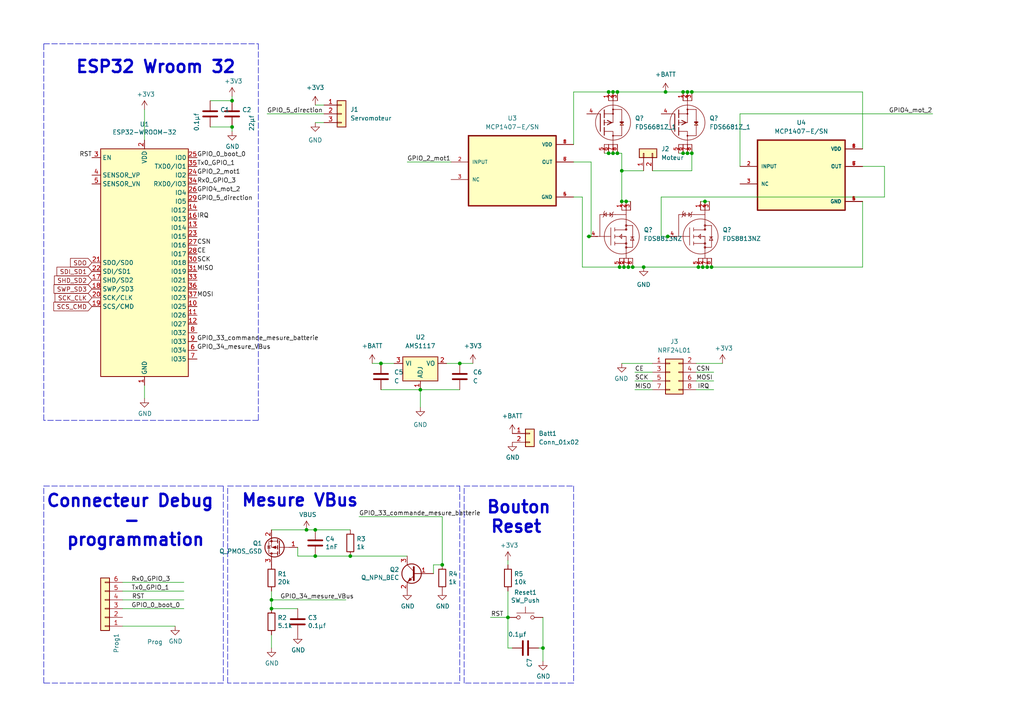
<source format=kicad_sch>
(kicad_sch (version 20211123) (generator eeschema)
  (paper "A4")
  (lib_symbols
    (symbol "Connector_Generic:Conn_01x02" (pin_names (offset 1.016) hide)
      (property "Reference" "J" (at 0 2.54 0))
      (property "Value" "Conn_01x02" (at 0 -5.08 0))
      (symbol "Conn_01x02_1_1"
        (rectangle (start -1.27 -2.413) (end 0 -2.667) (stroke (width 0.1524)))
        (rectangle (start -1.27 0.127) (end 0 -0.127) (stroke (width 0.1524)))
        (rectangle (start -1.27 1.27) (end 1.27 -3.81) (stroke (width 0.254)) (fill (type background)))
        (pin passive line (at -5.08 0 0) (length 3.81) (name "Pin_1") (number "1"))
        (pin passive line (at -5.08 -2.54 0) (length 3.81) (name "Pin_2") (number "2"))
      )
    )
    (symbol "Connector_Generic:Conn_01x03" (pin_names (offset 1.016) hide)
      (property "Reference" "J" (at 0 5.08 0))
      (property "Value" "Conn_01x03" (at 0 -5.08 0))
      (symbol "Conn_01x03_1_1"
        (rectangle (start -1.27 -2.413) (end 0 -2.667) (stroke (width 0.1524)))
        (rectangle (start -1.27 0.127) (end 0 -0.127) (stroke (width 0.1524)))
        (rectangle (start -1.27 2.667) (end 0 2.413) (stroke (width 0.1524)))
        (rectangle (start -1.27 3.81) (end 1.27 -3.81) (stroke (width 0.254)) (fill (type background)))
        (pin passive line (at -5.08 2.54 0) (length 3.81) (name "Pin_1") (number "1"))
        (pin passive line (at -5.08 0 0) (length 3.81) (name "Pin_2") (number "2"))
        (pin passive line (at -5.08 -2.54 0) (length 3.81) (name "Pin_3") (number "3"))
      )
    )
    (symbol "Connector_Generic:Conn_01x06" (pin_names (offset 1.016) hide)
      (property "Reference" "J" (at 0 7.62 0))
      (property "Value" "Conn_01x06" (at 0 -10.16 0))
      (symbol "Conn_01x06_1_1"
        (rectangle (start -1.27 -7.493) (end 0 -7.747) (stroke (width 0.1524)))
        (rectangle (start -1.27 -4.953) (end 0 -5.207) (stroke (width 0.1524)))
        (rectangle (start -1.27 -2.413) (end 0 -2.667) (stroke (width 0.1524)))
        (rectangle (start -1.27 0.127) (end 0 -0.127) (stroke (width 0.1524)))
        (rectangle (start -1.27 2.667) (end 0 2.413) (stroke (width 0.1524)))
        (rectangle (start -1.27 5.207) (end 0 4.953) (stroke (width 0.1524)))
        (rectangle (start -1.27 6.35) (end 1.27 -8.89) (stroke (width 0.254)) (fill (type background)))
        (pin passive line (at -5.08 5.08 0) (length 3.81) (name "Pin_1") (number "1"))
        (pin passive line (at -5.08 2.54 0) (length 3.81) (name "Pin_2") (number "2"))
        (pin passive line (at -5.08 0 0) (length 3.81) (name "Pin_3") (number "3"))
        (pin passive line (at -5.08 -2.54 0) (length 3.81) (name "Pin_4") (number "4"))
        (pin passive line (at -5.08 -5.08 0) (length 3.81) (name "Pin_5") (number "5"))
        (pin passive line (at -5.08 -7.62 0) (length 3.81) (name "Pin_6") (number "6"))
      )
    )
    (symbol "Connector_Generic:Conn_02x04_Odd_Even" (pin_names (offset 1.016) hide)
      (property "Reference" "J" (at 1.27 5.08 0))
      (property "Value" "Conn_02x04_Odd_Even" (at 1.27 -7.62 0))
      (symbol "Conn_02x04_Odd_Even_1_1"
        (rectangle (start -1.27 -4.953) (end 0 -5.207) (stroke (width 0.1524)))
        (rectangle (start -1.27 -2.413) (end 0 -2.667) (stroke (width 0.1524)))
        (rectangle (start -1.27 0.127) (end 0 -0.127) (stroke (width 0.1524)))
        (rectangle (start -1.27 2.667) (end 0 2.413) (stroke (width 0.1524)))
        (rectangle (start -1.27 3.81) (end 3.81 -6.35) (stroke (width 0.254)) (fill (type background)))
        (rectangle (start 3.81 -4.953) (end 2.54 -5.207) (stroke (width 0.1524)))
        (rectangle (start 3.81 -2.413) (end 2.54 -2.667) (stroke (width 0.1524)))
        (rectangle (start 3.81 0.127) (end 2.54 -0.127) (stroke (width 0.1524)))
        (rectangle (start 3.81 2.667) (end 2.54 2.413) (stroke (width 0.1524)))
        (pin passive line (at -5.08 2.54 0) (length 3.81) (name "Pin_1") (number "1"))
        (pin passive line (at 7.62 2.54 180) (length 3.81) (name "Pin_2") (number "2"))
        (pin passive line (at -5.08 0 0) (length 3.81) (name "Pin_3") (number "3"))
        (pin passive line (at 7.62 0 180) (length 3.81) (name "Pin_4") (number "4"))
        (pin passive line (at -5.08 -2.54 0) (length 3.81) (name "Pin_5") (number "5"))
        (pin passive line (at 7.62 -2.54 180) (length 3.81) (name "Pin_6") (number "6"))
        (pin passive line (at -5.08 -5.08 0) (length 3.81) (name "Pin_7") (number "7"))
        (pin passive line (at 7.62 -5.08 180) (length 3.81) (name "Pin_8") (number "8"))
      )
    )
    (symbol "Device:C" (pin_numbers hide) (pin_names (offset 0.254))
      (property "Reference" "C" (at 0.635 2.54 0))
      (property "Value" "C" (at 0.635 -2.54 0))
      (symbol "C_0_1"
        (polyline (pts (xy -2.032 -0.762) (xy 2.032 -0.762)) (stroke (width 0.508)))
        (polyline (pts (xy -2.032 0.762) (xy 2.032 0.762)) (stroke (width 0.508)))
      )
      (symbol "C_1_1"
        (pin passive line (at 0 3.81 270) (length 2.794) (name "~") (number "1"))
        (pin passive line (at 0 -3.81 90) (length 2.794) (name "~") (number "2"))
      )
    )
    (symbol "Device:Q_NPN_BEC" (pin_names (offset 0) hide)
      (property "Reference" "Q" (at 5.08 1.27 0))
      (property "Value" "Q_NPN_BEC" (at 5.08 -1.27 0))
      (symbol "Q_NPN_BEC_0_1"
        (polyline (pts (xy 0.635 0.635) (xy 2.54 2.54)))
        (polyline (pts (xy 0.635 -0.635) (xy 2.54 -2.54) (xy 2.54 -2.54)))
        (polyline (pts (xy 0.635 1.905) (xy 0.635 -1.905) (xy 0.635 -1.905)) (stroke (width 0.508)))
        (polyline (pts (xy 1.27 -1.778) (xy 1.778 -1.27) (xy 2.286 -2.286) (xy 1.27 -1.778) (xy 1.27 -1.778)) (fill (type outline)))
        (circle (center 1.27 0) (radius 2.8194) (stroke (width 0.254)))
      )
      (symbol "Q_NPN_BEC_1_1"
        (pin input line (at -5.08 0 0) (length 5.715) (name "B") (number "1"))
        (pin passive line (at 2.54 -5.08 90) (length 2.54) (name "E") (number "2"))
        (pin passive line (at 2.54 5.08 270) (length 2.54) (name "C") (number "3"))
      )
    )
    (symbol "Device:Q_PMOS_GSD" (pin_names (offset 0) hide)
      (property "Reference" "Q" (at 5.08 1.27 0))
      (property "Value" "Q_PMOS_GSD" (at 5.08 -1.27 0))
      (symbol "Q_PMOS_GSD_0_1"
        (polyline (pts (xy 0.254 0) (xy -2.54 0)))
        (polyline (pts (xy 0.254 1.905) (xy 0.254 -1.905)) (stroke (width 0.254)))
        (polyline (pts (xy 0.762 -1.27) (xy 0.762 -2.286)) (stroke (width 0.254)))
        (polyline (pts (xy 0.762 0.508) (xy 0.762 -0.508)) (stroke (width 0.254)))
        (polyline (pts (xy 0.762 2.286) (xy 0.762 1.27)) (stroke (width 0.254)))
        (polyline (pts (xy 2.54 2.54) (xy 2.54 1.778)))
        (polyline (pts (xy 2.54 -2.54) (xy 2.54 0) (xy 0.762 0)))
        (polyline (pts (xy 0.762 1.778) (xy 3.302 1.778) (xy 3.302 -1.778) (xy 0.762 -1.778)))
        (polyline (pts (xy 2.286 0) (xy 1.27 0.381) (xy 1.27 -0.381) (xy 2.286 0)) (fill (type outline)))
        (polyline (pts (xy 2.794 -0.508) (xy 2.921 -0.381) (xy 3.683 -0.381) (xy 3.81 -0.254)))
        (polyline (pts (xy 3.302 -0.381) (xy 2.921 0.254) (xy 3.683 0.254) (xy 3.302 -0.381)))
        (circle (center 1.651 0) (radius 2.794) (stroke (width 0.254)))
        (circle (center 2.54 -1.778) (radius 0.254) (fill (type outline)))
        (circle (center 2.54 1.778) (radius 0.254) (fill (type outline)))
      )
      (symbol "Q_PMOS_GSD_1_1"
        (pin input line (at -5.08 0 0) (length 2.54) (name "G") (number "1"))
        (pin passive line (at 2.54 -5.08 90) (length 2.54) (name "S") (number "2"))
        (pin passive line (at 2.54 5.08 270) (length 2.54) (name "D") (number "3"))
      )
    )
    (symbol "Device:R" (pin_numbers hide) (pin_names (offset 0))
      (property "Reference" "R" (at 2.032 0 90))
      (property "Value" "R" (at 0 0 90))
      (symbol "R_0_1"
        (rectangle (start -1.016 -2.54) (end 1.016 2.54) (stroke (width 0.254)))
      )
      (symbol "R_1_1"
        (pin passive line (at 0 3.81 270) (length 1.27) (name "~") (number "1"))
        (pin passive line (at 0 -3.81 90) (length 1.27) (name "~") (number "2"))
      )
    )
    (symbol "FDS6681Z:FDS6681Z_1" (pin_names (offset 1.016) hide)
      (property "Reference" "Q3" (at 4.1911 10.16 0))
      (property "Value" "FDS6681Z" (at 4.1911 7.62 0))
      (symbol "FDS6681Z_1_0_0"
        (polyline (pts (xy -2.54 2.54) (xy -1.2192 2.54)) (stroke (width 0.1524)))
        (polyline (pts (xy -1.143 -2.54) (xy -1.143 2.54)) (stroke (width 0.254)))
        (polyline (pts (xy 0 -3.683) (xy 0 -1.397)) (stroke (width 0.254)))
        (polyline (pts (xy 0 -0.762) (xy 0 0)) (stroke (width 0.254)))
        (polyline (pts (xy 0 0) (xy 0 0.762)) (stroke (width 0.254)))
        (polyline (pts (xy 0 0) (xy 2.159 0)) (stroke (width 0.1524)))
        (polyline (pts (xy 0 1.397) (xy 0 2.54)) (stroke (width 0.254)))
        (polyline (pts (xy 0 2.54) (xy 0 3.683)) (stroke (width 0.254)))
        (polyline (pts (xy 0 2.54) (xy 2.54 2.54)) (stroke (width 0.1524)))
        (polyline (pts (xy 0.889 -0.635) (xy 2.159 0)) (stroke (width 0.254)))
        (polyline (pts (xy 0.889 0.635) (xy 2.159 0)) (stroke (width 0.254)))
        (polyline (pts (xy 2.159 0) (xy 2.54 0)) (stroke (width 0.1524)))
        (polyline (pts (xy 2.54 -3.81) (xy 5.08 -3.81)) (stroke (width 0.1524)))
        (polyline (pts (xy 2.54 0) (xy 2.54 3.81)) (stroke (width 0.1524)))
        (polyline (pts (xy 2.54 2.54) (xy 2.54 3.81)) (stroke (width 0.1524)))
        (polyline (pts (xy 5.08 -3.81) (xy 5.08 3.81)) (stroke (width 0.1524)))
        (polyline (pts (xy 5.08 3.81) (xy 2.54 3.81)) (stroke (width 0.1524)))
        (polyline (pts (xy 5.08 0) (xy 5.588 -0.762) (xy 4.572 -0.762) (xy 5.08 0)) (stroke (width 0.1524)) (fill (type background)))
        (polyline (pts (xy 4.572 0.254) (xy 5.588 0.254) (xy 5.588 0) (xy 4.572 0) (xy 4.572 0.254)) (fill (type outline)))
        (circle (center 2.54 -3.81) (radius 0.127) (stroke (width 0.254)))
        (circle (center 2.54 2.54) (radius 0.127) (stroke (width 0.254)))
        (circle (center 2.54 3.81) (radius 0.127) (stroke (width 0.254)))
        (pin passive line (at 1.27 8.89 270) (length 2.54) (name "~") (number "1"))
        (pin passive line (at 2.54 8.89 270) (length 2.54) (name "~") (number "2"))
        (pin passive line (at 3.81 8.89 270) (length 2.54) (name "~") (number "3"))
        (pin passive line (at -5.08 2.54 0) (length 2.54) (name "~") (number "4"))
        (pin passive line (at 0 -8.89 90) (length 2.54) (name "~") (number "5"))
        (pin passive line (at 1.27 -8.89 90) (length 2.54) (name "~") (number "6"))
        (pin passive line (at 2.54 -8.89 90) (length 2.54) (name "~") (number "7"))
        (pin passive line (at 3.81 -8.89 90) (length 2.54) (name "~") (number "8"))
      )
      (symbol "FDS6681Z_1_0_1"
        (polyline (pts (xy 1.27 6.35) (xy 3.81 6.35)))
        (polyline (pts (xy 2.54 3.81) (xy 2.54 6.35)))
        (polyline (pts (xy 3.81 -6.35) (xy 0 -6.35)))
        (polyline (pts (xy 0 -2.54) (xy 2.54 -2.54) (xy 2.54 -6.35)))
        (circle (center 2.54 0) (radius 5.08))
      )
    )
    (symbol "FDS8813NZ:FDS8813NZ" (pin_names (offset 1.016))
      (property "Reference" "Q?" (at 19.05 -0.7619 0))
      (property "Value" "FDS8813NZ" (at 19.05 -3.3019 0))
      (symbol "FDS8813NZ_0_1"
        (polyline (pts (xy 2.54 3.81) (xy 2.54 -2.54)))
        (polyline (pts (xy 2.54 3.81) (xy 6.985 3.81)))
        (polyline (pts (xy 5.715 -2.54) (xy 1.27 -2.54)))
        (polyline (pts (xy 6.985 3.81) (xy 10.16 3.81)))
        (polyline (pts (xy 8.89 5.08) (xy 11.43 5.08)))
        (polyline (pts (xy 10.16 -2.54) (xy 9.525 -2.54)))
        (polyline (pts (xy 10.16 -2.54) (xy 10.16 -8.89)))
        (polyline (pts (xy 10.16 -0.635) (xy 10.16 5.08)))
        (polyline (pts (xy 12.065 -8.89) (xy 8.255 -8.89)))
        (polyline (pts (xy 8.89 -1.905) (xy 8.89 -3.175) (xy 8.255 -2.54) (xy 8.89 -1.905)))
        (circle (center 8.89 -2.54) (radius 5.08))
      )
      (symbol "FDS8813NZ_1_1"
        (polyline (pts (xy 3.683 3.302) (xy 3.429 3.048)))
        (polyline (pts (xy 3.683 3.81) (xy 4.445 3.302)))
        (polyline (pts (xy 3.683 4.318) (xy 3.683 3.302)))
        (polyline (pts (xy 3.683 4.318) (xy 3.937 4.826)))
        (polyline (pts (xy 4.445 3.302) (xy 4.445 4.318)))
        (polyline (pts (xy 4.445 4.318) (xy 3.683 3.81)))
        (polyline (pts (xy 5.461 3.302) (xy 5.969 3.81)))
        (polyline (pts (xy 5.461 4.318) (xy 5.461 3.302)))
        (polyline (pts (xy 5.715 -5.08) (xy 5.715 0)))
        (polyline (pts (xy 5.969 3.81) (xy 5.461 4.318)))
        (polyline (pts (xy 6.223 3.302) (xy 5.969 3.048)))
        (polyline (pts (xy 6.223 4.318) (xy 6.223 3.302)))
        (polyline (pts (xy 6.223 4.318) (xy 6.477 4.572)))
        (polyline (pts (xy 6.858 -4.572) (xy 10.16 -4.572)))
        (polyline (pts (xy 6.858 -4.064) (xy 6.858 -5.08)))
        (polyline (pts (xy 6.858 -2.032) (xy 6.858 -3.048)))
        (polyline (pts (xy 6.858 -1.016) (xy 6.858 0)))
        (polyline (pts (xy 6.985 -0.635) (xy 10.287 -0.635)))
        (polyline (pts (xy 9.906 -2.54) (xy 6.858 -2.54)))
        (polyline (pts (xy 10.16 -5.715) (xy 11.938 -5.715)))
        (polyline (pts (xy 11.43 -3.683) (xy 12.446 -3.683)))
        (polyline (pts (xy 11.938 -2.667) (xy 11.43 -3.683)))
        (polyline (pts (xy 11.938 -2.667) (xy 11.43 -2.667)))
        (polyline (pts (xy 11.938 -2.667) (xy 12.446 -2.667)))
        (polyline (pts (xy 12.065 -5.715) (xy 12.065 0.635)))
        (polyline (pts (xy 12.065 0.635) (xy 10.287 0.635)))
        (polyline (pts (xy 12.446 -3.683) (xy 11.938 -2.667)))
        (circle (center 10.16 -5.715) (radius 0.254))
        (circle (center 10.16 -4.572) (radius 0.254))
        (circle (center 10.16 -0.508) (radius 0.254))
        (circle (center 10.16 0.635) (radius 0.254))
        (pin passive line (at 8.89 7.62 270) (length 2.54) (name "S") (number "1"))
        (pin passive line (at 10.16 7.62 270) (length 2.54) (name "S") (number "2"))
        (pin passive line (at 11.43 7.62 270) (length 2.54) (name "S") (number "3"))
        (pin passive line (at -0.635 -2.54 0) (length 2.54) (name "G") (number "4"))
        (pin passive line (at 8.255 -11.43 90) (length 2.54) (name "D") (number "5"))
        (pin passive line (at 9.525 -11.43 90) (length 2.54) (name "D") (number "6"))
        (pin passive line (at 10.795 -11.43 90) (length 2.54) (name "D") (number "7"))
        (pin passive line (at 12.065 -11.43 90) (length 2.54) (name "D") (number "8"))
      )
    )
    (symbol "MCP1407-Driver_Mosfet:MCP1407-E{slash}SN" (pin_names (offset 1.016))
      (property "Reference" "U" (at -12.7 11.1506 0))
      (property "Value" "MCP1407-E{slash}SN" (at -12.7 -14.1478 0))
      (symbol "MCP1407-E{slash}SN_0_0"
        (rectangle (start -12.7 -10.16) (end 12.7 10.16) (stroke (width 0.4064)) (fill (type background)))
        (pin power_in line (at 17.78 7.62 180) (length 5.08) (name "VDD") (number "1"))
        (pin input line (at -17.78 2.54 0) (length 5.08) (name "INPUT") (number "2"))
        (pin bidirectional line (at -17.78 -2.54 0) (length 5.08) (name "NC") (number "3"))
        (pin power_in line (at 17.78 -7.62 180) (length 5.08) (name "GND") (number "4"))
        (pin power_in line (at 17.78 -7.62 180) (length 5.08) (name "GND") (number "5"))
        (pin output line (at 17.78 2.54 180) (length 5.08) (name "OUT") (number "6"))
        (pin output line (at 17.78 2.54 180) (length 5.08) (name "OUT") (number "7"))
        (pin power_in line (at 17.78 7.62 180) (length 5.08) (name "VDD") (number "8"))
      )
    )
    (symbol "RF_Module:ESP32-WROOM-32"
      (property "Reference" "U" (at -12.7 34.29 0))
      (property "Value" "ESP32-WROOM-32" (at 1.27 34.29 0))
      (symbol "ESP32-WROOM-32_0_1"
        (rectangle (start -12.7 33.02) (end 12.7 -33.02) (stroke (width 0.254)) (fill (type background)))
      )
      (symbol "ESP32-WROOM-32_1_1"
        (pin power_in line (at 0 -35.56 90) (length 2.54) (name "GND") (number "1"))
        (pin bidirectional line (at 15.24 -12.7 180) (length 2.54) (name "IO25") (number "10"))
        (pin bidirectional line (at 15.24 -15.24 180) (length 2.54) (name "IO26") (number "11"))
        (pin bidirectional line (at 15.24 -17.78 180) (length 2.54) (name "IO27") (number "12"))
        (pin bidirectional line (at 15.24 10.16 180) (length 2.54) (name "IO14") (number "13"))
        (pin bidirectional line (at 15.24 15.24 180) (length 2.54) (name "IO12") (number "14"))
        (pin passive line (at 0 -35.56 90) (length 2.54) hide (name "GND") (number "15"))
        (pin bidirectional line (at 15.24 12.7 180) (length 2.54) (name "IO13") (number "16"))
        (pin bidirectional line (at -15.24 -5.08 0) (length 2.54) (name "SHD/SD2") (number "17"))
        (pin bidirectional line (at -15.24 -7.62 0) (length 2.54) (name "SWP/SD3") (number "18"))
        (pin bidirectional line (at -15.24 -12.7 0) (length 2.54) (name "SCS/CMD") (number "19"))
        (pin power_in line (at 0 35.56 270) (length 2.54) (name "VDD") (number "2"))
        (pin bidirectional line (at -15.24 -10.16 0) (length 2.54) (name "SCK/CLK") (number "20"))
        (pin bidirectional line (at -15.24 0 0) (length 2.54) (name "SDO/SD0") (number "21"))
        (pin bidirectional line (at -15.24 -2.54 0) (length 2.54) (name "SDI/SD1") (number "22"))
        (pin bidirectional line (at 15.24 7.62 180) (length 2.54) (name "IO15") (number "23"))
        (pin bidirectional line (at 15.24 25.4 180) (length 2.54) (name "IO2") (number "24"))
        (pin bidirectional line (at 15.24 30.48 180) (length 2.54) (name "IO0") (number "25"))
        (pin bidirectional line (at 15.24 20.32 180) (length 2.54) (name "IO4") (number "26"))
        (pin bidirectional line (at 15.24 5.08 180) (length 2.54) (name "IO16") (number "27"))
        (pin bidirectional line (at 15.24 2.54 180) (length 2.54) (name "IO17") (number "28"))
        (pin bidirectional line (at 15.24 17.78 180) (length 2.54) (name "IO5") (number "29"))
        (pin input line (at -15.24 30.48 0) (length 2.54) (name "EN") (number "3"))
        (pin bidirectional line (at 15.24 0 180) (length 2.54) (name "IO18") (number "30"))
        (pin bidirectional line (at 15.24 -2.54 180) (length 2.54) (name "IO19") (number "31"))
        (pin no_connect line (at -12.7 -27.94 0) (length 2.54) hide (name "NC") (number "32"))
        (pin bidirectional line (at 15.24 -5.08 180) (length 2.54) (name "IO21") (number "33"))
        (pin bidirectional line (at 15.24 22.86 180) (length 2.54) (name "RXD0/IO3") (number "34"))
        (pin bidirectional line (at 15.24 27.94 180) (length 2.54) (name "TXD0/IO1") (number "35"))
        (pin bidirectional line (at 15.24 -7.62 180) (length 2.54) (name "IO22") (number "36"))
        (pin bidirectional line (at 15.24 -10.16 180) (length 2.54) (name "IO23") (number "37"))
        (pin passive line (at 0 -35.56 90) (length 2.54) hide (name "GND") (number "38"))
        (pin passive line (at 0 -35.56 90) (length 2.54) hide (name "GND") (number "39"))
        (pin input line (at -15.24 25.4 0) (length 2.54) (name "SENSOR_VP") (number "4"))
        (pin input line (at -15.24 22.86 0) (length 2.54) (name "SENSOR_VN") (number "5"))
        (pin input line (at 15.24 -25.4 180) (length 2.54) (name "IO34") (number "6"))
        (pin input line (at 15.24 -27.94 180) (length 2.54) (name "IO35") (number "7"))
        (pin bidirectional line (at 15.24 -20.32 180) (length 2.54) (name "IO32") (number "8"))
        (pin bidirectional line (at 15.24 -22.86 180) (length 2.54) (name "IO33") (number "9"))
      )
    )
    (symbol "Regulator_Linear:AMS1117" (pin_names (offset 0.762))
      (property "Reference" "U" (at -3.81 3.175 0))
      (property "Value" "AMS1117" (at 0 3.175 0))
      (symbol "AMS1117_0_1"
        (rectangle (start -5.08 -5.08) (end 5.08 1.905) (stroke (width 0.254)) (fill (type background)))
      )
      (symbol "AMS1117_1_1"
        (pin input line (at 0 -7.62 90) (length 2.54) (name "ADJ") (number "1"))
        (pin power_out line (at 7.62 0 180) (length 2.54) (name "VO") (number "2"))
        (pin power_in line (at -7.62 0 0) (length 2.54) (name "VI") (number "3"))
      )
    )
    (symbol "Switch:SW_Push" (pin_numbers hide) (pin_names (offset 1.016) hide)
      (property "Reference" "SW" (at 1.27 2.54 0))
      (property "Value" "SW_Push" (at 0 -1.524 0))
      (symbol "SW_Push_0_1"
        (circle (center -2.032 0) (radius 0.508))
        (polyline (pts (xy 0 1.27) (xy 0 3.048)))
        (polyline (pts (xy 2.54 1.27) (xy -2.54 1.27)))
        (circle (center 2.032 0) (radius 0.508))
        (pin passive line (at -5.08 0 0) (length 2.54) (name "1") (number "1"))
        (pin passive line (at 5.08 0 180) (length 2.54) (name "2") (number "2"))
      )
    )
    (symbol "power:+3V3" (power) (pin_names (offset 0))
      (property "Value" "+3V3" (at 0 3.556 0))
      (symbol "+3V3_0_1"
        (polyline (pts (xy -0.762 1.27) (xy 0 2.54)))
        (polyline (pts (xy 0 0) (xy 0 2.54)))
        (polyline (pts (xy 0 2.54) (xy 0.762 1.27)))
      )
      (symbol "+3V3_1_1"
        (pin power_in line (at 0 0 90) (length 0) hide (name "+3V3") (number "1"))
      )
    )
    (symbol "power:+BATT" (power) (pin_names (offset 0))
      (property "Value" "+BATT" (at 0 3.556 0))
      (symbol "+BATT_0_1"
        (polyline (pts (xy -0.762 1.27) (xy 0 2.54)))
        (polyline (pts (xy 0 0) (xy 0 2.54)))
        (polyline (pts (xy 0 2.54) (xy 0.762 1.27)))
      )
      (symbol "+BATT_1_1"
        (pin power_in line (at 0 0 90) (length 0) hide (name "+BATT") (number "1"))
      )
    )
    (symbol "power:GND" (power) (pin_names (offset 0))
      (property "Value" "GND" (at 0 -3.81 0))
      (symbol "GND_0_1"
        (polyline (pts (xy 0 0) (xy 0 -1.27) (xy 1.27 -1.27) (xy 0 -2.54) (xy -1.27 -1.27) (xy 0 -1.27)))
      )
      (symbol "GND_1_1"
        (pin power_in line (at 0 0 270) (length 0) hide (name "GND") (number "1"))
      )
    )
    (symbol "power:VBUS" (power) (pin_names (offset 0))
      (property "Value" "VBUS" (at 0 3.81 0))
      (symbol "VBUS_0_1"
        (polyline (pts (xy -0.762 1.27) (xy 0 2.54)))
        (polyline (pts (xy 0 0) (xy 0 2.54)))
        (polyline (pts (xy 0 2.54) (xy 0.762 1.27)))
      )
      (symbol "VBUS_1_1"
        (pin power_in line (at 0 0 90) (length 0) hide (name "VBUS") (number "1"))
      )
    )
  )
  (junction (at 198.12 26.67))
  (junction (at 101.6 161.29))
  (junction (at 203.835 77.47))
  (junction (at 179.07 44.45))
  (junction (at 67.31 36.83))
  (junction (at 78.74 173.99))
  (junction (at 193.04 26.67))
  (junction (at 204.47 58.42))
  (junction (at 78.74 176.53))
  (junction (at 128.27 163.83))
  (junction (at 88.9 153.67))
  (junction (at 180.34 49.53))
  (junction (at 179.07 26.67))
  (junction (at 147.32 179.07))
  (junction (at 206.375 77.47))
  (junction (at 110.49 105.41))
  (junction (at 121.92 113.03))
  (junction (at 186.69 77.47))
  (junction (at 181.61 58.42))
  (junction (at 91.44 161.29))
  (junction (at 199.39 26.67))
  (junction (at 177.8 44.45))
  (junction (at 170.815 68.58))
  (junction (at 199.39 44.45))
  (junction (at 67.31 29.21))
  (junction (at 179.705 77.47))
  (junction (at 176.53 26.67))
  (junction (at 157.48 187.96))
  (junction (at 193.675 68.58))
  (junction (at 200.66 26.67))
  (junction (at 177.8 26.67))
  (junction (at 182.245 77.47))
  (junction (at 176.53 44.45))
  (junction (at 180.975 77.47))
  (junction (at 200.66 44.45))
  (junction (at 198.12 44.45))
  (junction (at 91.44 153.67))
  (junction (at 183.515 77.47))
  (junction (at 205.105 77.47))
  (junction (at 133.35 105.41))
  (junction (at 180.34 58.42))
  (junction (at 202.565 77.47))
  (wire (pts (xy 193.04 26.67) (xy 198.12 26.67)))
  (wire (pts (xy 50.8 181.61) (xy 35.56 181.61)))
  (wire (pts (xy 256.54 48.26) (xy 256.54 57.15)))
  (wire (pts (xy 91.44 30.48) (xy 93.98 30.48)))
  (wire (pts (xy 201.93 110.49) (xy 207.01 110.49)))
  (polyline (pts (xy 12.7 12.7) (xy 74.93 12.7)))
  (wire (pts (xy 35.56 171.45) (xy 53.34 171.45)))
  (polyline (pts (xy 134.62 140.97) (xy 166.37 140.97)))
  (wire (pts (xy 177.8 26.67) (xy 179.07 26.67)))
  (wire (pts (xy 214.63 48.26) (xy 214.63 33.02)))
  (wire (pts (xy 180.34 49.53) (xy 180.34 58.42)))
  (wire (pts (xy 166.37 41.91) (xy 166.37 26.67)))
  (wire (pts (xy 214.63 33.02) (xy 270.51 33.02)))
  (polyline (pts (xy 66.04 198.12) (xy 66.04 140.97)))
  (wire (pts (xy 107.95 105.41) (xy 110.49 105.41)))
  (wire (pts (xy 168.91 77.47) (xy 179.705 77.47)))
  (wire (pts (xy 176.53 44.45) (xy 177.8 44.45)))
  (wire (pts (xy 193.675 68.58) (xy 194.31 68.58)))
  (polyline (pts (xy 166.37 198.12) (xy 134.62 198.12)))
  (wire (pts (xy 179.705 77.47) (xy 180.975 77.47)))
  (wire (pts (xy 170.18 68.58) (xy 170.815 68.58)))
  (wire (pts (xy 180.34 58.42) (xy 181.61 58.42)))
  (wire (pts (xy 91.44 161.29) (xy 101.6 161.29)))
  (wire (pts (xy 67.31 29.21) (xy 67.31 27.94)))
  (polyline (pts (xy 133.35 198.12) (xy 66.04 198.12)))
  (wire (pts (xy 183.515 77.47) (xy 186.69 77.47)))
  (wire (pts (xy 198.12 44.45) (xy 199.39 44.45)))
  (polyline (pts (xy 134.62 198.12) (xy 134.62 140.97)))
  (wire (pts (xy 166.37 26.67) (xy 176.53 26.67)))
  (wire (pts (xy 35.56 173.99) (xy 53.34 173.99)))
  (wire (pts (xy 184.15 110.49) (xy 189.23 110.49)))
  (wire (pts (xy 201.93 107.95) (xy 207.01 107.95)))
  (wire (pts (xy 128.27 163.83) (xy 125.73 163.83)))
  (wire (pts (xy 206.375 77.47) (xy 250.19 77.47)))
  (wire (pts (xy 200.66 26.67) (xy 250.19 26.67)))
  (wire (pts (xy 168.91 57.15) (xy 168.91 77.47)))
  (wire (pts (xy 180.34 49.53) (xy 180.34 44.45)))
  (wire (pts (xy 186.69 77.47) (xy 202.565 77.47)))
  (wire (pts (xy 180.34 49.53) (xy 186.69 49.53)))
  (wire (pts (xy 201.93 113.03) (xy 207.01 113.03)))
  (wire (pts (xy 171.45 46.99) (xy 171.45 68.58)))
  (wire (pts (xy 88.9 153.67) (xy 78.74 153.67)))
  (wire (pts (xy 191.77 57.15) (xy 256.54 57.15)))
  (wire (pts (xy 199.39 26.67) (xy 200.66 26.67)))
  (wire (pts (xy 78.74 171.45) (xy 78.74 173.99)))
  (wire (pts (xy 250.19 58.42) (xy 250.19 77.47)))
  (wire (pts (xy 201.93 105.41) (xy 209.55 105.41)))
  (wire (pts (xy 203.2 58.42) (xy 204.47 58.42)))
  (wire (pts (xy 41.91 40.64) (xy 41.91 31.75)))
  (polyline (pts (xy 12.7 140.97) (xy 64.77 140.97)))
  (wire (pts (xy 133.35 105.41) (xy 137.16 105.41)))
  (wire (pts (xy 179.07 44.45) (xy 180.34 44.45)))
  (wire (pts (xy 177.8 44.45) (xy 179.07 44.45)))
  (wire (pts (xy 147.32 163.83) (xy 147.32 162.56)))
  (wire (pts (xy 205.105 77.47) (xy 206.375 77.47)))
  (wire (pts (xy 196.85 44.45) (xy 198.12 44.45)))
  (wire (pts (xy 250.19 26.67) (xy 250.19 43.18)))
  (wire (pts (xy 86.36 161.29) (xy 91.44 161.29)))
  (polyline (pts (xy 12.7 121.92) (xy 12.7 12.7)))
  (wire (pts (xy 181.61 58.42) (xy 182.88 58.42)))
  (wire (pts (xy 118.11 46.99) (xy 130.81 46.99)))
  (polyline (pts (xy 64.77 140.97) (xy 64.77 198.12)))
  (wire (pts (xy 157.48 187.96) (xy 156.21 187.96)))
  (wire (pts (xy 157.48 191.77) (xy 157.48 187.96)))
  (wire (pts (xy 191.77 57.15) (xy 191.77 68.58)))
  (wire (pts (xy 199.39 44.45) (xy 200.66 44.45)))
  (wire (pts (xy 202.565 77.47) (xy 203.835 77.47)))
  (wire (pts (xy 91.44 35.56) (xy 93.98 35.56)))
  (wire (pts (xy 77.47 33.02) (xy 93.98 33.02)))
  (wire (pts (xy 184.15 113.03) (xy 189.23 113.03)))
  (wire (pts (xy 60.96 36.83) (xy 67.31 36.83)))
  (wire (pts (xy 142.24 179.07) (xy 147.32 179.07)))
  (wire (pts (xy 166.37 46.99) (xy 171.45 46.99)))
  (wire (pts (xy 91.44 153.67) (xy 101.6 153.67)))
  (wire (pts (xy 147.32 171.45) (xy 147.32 179.07)))
  (wire (pts (xy 203.835 77.47) (xy 205.105 77.47)))
  (wire (pts (xy 78.74 173.99) (xy 78.74 176.53)))
  (wire (pts (xy 250.19 48.26) (xy 256.54 48.26)))
  (wire (pts (xy 170.815 68.58) (xy 171.45 68.58)))
  (wire (pts (xy 180.34 105.41) (xy 189.23 105.41)))
  (wire (pts (xy 110.49 113.03) (xy 121.92 113.03)))
  (wire (pts (xy 35.56 168.91) (xy 53.34 168.91)))
  (polyline (pts (xy 12.7 198.12) (xy 12.7 140.97)))
  (wire (pts (xy 35.56 176.53) (xy 53.34 176.53)))
  (wire (pts (xy 129.54 105.41) (xy 133.35 105.41)))
  (wire (pts (xy 128.27 149.86) (xy 128.27 163.83)))
  (wire (pts (xy 148.59 187.96) (xy 147.32 187.96)))
  (wire (pts (xy 41.91 115.57) (xy 41.91 111.76)))
  (polyline (pts (xy 64.77 198.12) (xy 12.7 198.12)))
  (wire (pts (xy 176.53 26.67) (xy 177.8 26.67)))
  (wire (pts (xy 104.14 149.86) (xy 128.27 149.86)))
  (wire (pts (xy 175.26 44.45) (xy 176.53 44.45)))
  (wire (pts (xy 157.48 179.07) (xy 157.48 187.96)))
  (wire (pts (xy 91.44 153.67) (xy 88.9 153.67)))
  (wire (pts (xy 110.49 105.41) (xy 114.3 105.41)))
  (wire (pts (xy 179.07 26.67) (xy 193.04 26.67)))
  (wire (pts (xy 180.975 77.47) (xy 182.245 77.47)))
  (wire (pts (xy 200.66 44.45) (xy 200.66 49.53)))
  (wire (pts (xy 191.77 68.58) (xy 193.675 68.58)))
  (polyline (pts (xy 133.35 140.97) (xy 133.35 198.12)))
  (wire (pts (xy 121.92 113.03) (xy 133.35 113.03)))
  (wire (pts (xy 101.6 161.29) (xy 118.11 161.29)))
  (wire (pts (xy 67.31 38.1) (xy 67.31 36.83)))
  (wire (pts (xy 121.92 118.11) (xy 121.92 113.03)))
  (wire (pts (xy 86.36 158.75) (xy 86.36 161.29)))
  (wire (pts (xy 184.15 107.95) (xy 189.23 107.95)))
  (polyline (pts (xy 66.04 140.97) (xy 133.35 140.97)))
  (wire (pts (xy 86.36 176.53) (xy 78.74 176.53)))
  (wire (pts (xy 147.32 187.96) (xy 147.32 179.07)))
  (wire (pts (xy 204.47 58.42) (xy 205.74 58.42)))
  (wire (pts (xy 125.73 163.83) (xy 125.73 166.37)))
  (polyline (pts (xy 74.93 121.92) (xy 12.7 121.92)))
  (wire (pts (xy 78.74 173.99) (xy 100.33 173.99)))
  (wire (pts (xy 198.12 26.67) (xy 199.39 26.67)))
  (polyline (pts (xy 166.37 140.97) (xy 166.37 198.12)))
  (polyline (pts (xy 74.93 12.7) (xy 74.93 121.92)))
  (wire (pts (xy 189.23 49.53) (xy 200.66 49.53)))
  (wire (pts (xy 166.37 57.15) (xy 168.91 57.15)))
  (wire (pts (xy 60.96 29.21) (xy 67.31 29.21)))
  (wire (pts (xy 78.74 184.15) (xy 78.74 187.96)))
  (wire (pts (xy 200.66 43.18) (xy 200.66 44.45)))
  (wire (pts (xy 182.245 77.47) (xy 183.515 77.47)))
  (text "Connecteur Debug\n-        \nprogrammation " (at 62.23 158.75 180) (effects (font (size 3.5052 3.5052) (thickness 0.701) bold) (justify right bottom)))
  (text "Bouton\nReset \n" (at 160.02 154.94 180) (effects (font (size 3.5052 3.5052) (thickness 0.701) bold) (justify right bottom)))
  (text "ESP32 Wroom 32" (at 68.58 21.59 180) (effects (font (size 3.5052 3.5052) (thickness 0.701) bold) (justify right bottom)))
  (text "Mesure VBus" (at 104.14 147.32 180) (effects (font (size 3.5052 3.5052) (thickness 0.701) bold) (justify right bottom)))
  (label "SCK" (at 57.15 76.2 0))
  (label "Tx0_GPIO_1" (at 57.15 48.26 0))
  (label "MOSI" (at 57.15 86.36 0))
  (label "GPIO_34_mesure_VBus" (at 81.28 173.99 0))
  (label "GPIO4_mot_2" (at 57.15 55.88 0))
  (label "GPIO4_mot_2" (at 257.81 33.02 0))
  (label "GPIO_2_mot1" (at 57.15 50.8 0))
  (label "SCK" (at 184.15 110.49 0))
  (label "GPIO_2_mot1" (at 118.11 46.99 0))
  (label "GPIO_33_commande_mesure_batterie" (at 104.14 149.86 0))
  (label "Rx0_GPIO_3" (at 57.15 53.34 0))
  (label "IRQ" (at 57.15 63.5 0))
  (label "RST" (at 26.67 45.72 180))
  (label "MISO" (at 57.15 78.74 0))
  (label "CSN" (at 57.15 71.12 0))
  (label "RST" (at 146.05 179.07 180))
  (label "GPIO_5_direction" (at 57.15 58.42 0))
  (label "RST" (at 41.91 173.99 180))
  (label "CE" (at 184.15 107.95 0))
  (label "IRQ" (at 205.74 113.03 180))
  (label "GPIO_34_mesure_VBus" (at 57.15 101.6 0))
  (label "Tx0_GPIO_1" (at 38.1 171.45 0))
  (label "CE" (at 57.15 73.66 0))
  (label "MISO" (at 184.15 113.03 0))
  (label "Rx0_GPIO_3" (at 38.1 168.91 0))
  (label "GPIO_33_commande_mesure_batterie" (at 57.15 99.06 0))
  (label "CSN" (at 201.93 107.95 0))
  (label "GPIO_5_direction" (at 77.47 33.02 0))
  (label "GPIO_0_boot_0" (at 57.15 45.72 0))
  (label "MOSI" (at 201.93 110.49 0))
  (label "GPIO_0_boot_0" (at 38.1 176.53 0))
  (global_label "SHD_SD2" (shape input) (at 26.67 81.28 180) (property "Intersheet References" "${INTERSHEET_REFS}" (effects hide)))
  (global_label "SDI_SD1" (shape input) (at 26.67 78.74 180) (property "Intersheet References" "${INTERSHEET_REFS}" (effects hide)))
  (global_label "SWP_SD3" (shape input) (at 26.67 83.82 180) (property "Intersheet References" "${INTERSHEET_REFS}" (effects hide)))
  (global_label "SCK_CLK" (shape input) (at 26.67 86.36 180) (property "Intersheet References" "${INTERSHEET_REFS}" (effects hide)))
  (global_label "SCS_CMD" (shape input) (at 26.67 88.9 180) (property "Intersheet References" "${INTERSHEET_REFS}" (effects hide)))
  (global_label "SDO" (shape input) (at 26.67 76.2 180) (property "Intersheet References" "${INTERSHEET_REFS}" (effects hide)))
  (symbol (lib_id "Device:Q_NPN_BEC") (at 120.65 166.37 0) (mirror y) (unit 1)
    (property "Reference" "Q2" (at 115.7986 165.2016 0) (effects (justify left)))
    (property "Value" "Q_NPN_BEC" (at 115.7986 167.513 0) (effects (justify left)))
    (property "Footprint" "Package_TO_SOT_SMD:SOT-23" (effects hide))
  )
  (symbol (lib_id "Device:R") (at 128.27 167.64 0) (unit 1)
    (property "Reference" "R4" (at 130.048 166.4716 0) (effects (justify left)))
    (property "Value" "1k" (at 130.048 168.783 0) (effects (justify left)))
    (property "Footprint" "Resistor_SMD:R_0603_1608Metric" (effects hide))
  )
  (symbol (lib_id "power:+3V3") (at 41.91 31.75 0) (unit 1)
    (property "Reference" "#PWR01" (effects hide))
    (property "Value" "+3V3" (at 42.291 27.3558 0))
  )
  (symbol (lib_id "power:+3V3") (at 67.31 27.94 0) (unit 1)
    (property "Reference" "#PWR05" (effects hide))
    (property "Value" "+3V3" (at 67.691 23.5458 0))
  )
  (symbol (lib_id "power:+BATT") (at 148.59 125.73 0) (unit 1)
    (property "Reference" "#PWR018" (effects hide))
    (property "Value" "+BATT" (at 148.59 120.65 0))
  )
  (symbol (lib_id "FDS8813NZ:FDS8813NZ") (at 171.45 66.04 0) (unit 1)
    (property "Reference" "Q?" (at 186.69 66.6749 0) (effects (justify left)))
    (property "Value" "FDS8813NZ" (at 186.69 69.2149 0) (effects (justify left)))
    (property "Footprint" "ON_Semi-751EB-08_2017-A-*" (effects hide))
    (property "Datasheet" "http://www.onsemi.com/pub/Collateral/FDS6681Z-D.PDF" (effects hide))
    (property "category" "Trans" (effects hide))
    (property "continuous drain current" "-20A" (effects hide))
    (property "device class L1" "Discrete Semiconductors" (effects hide))
    (property "device class L2" "Transistors" (effects hide))
    (property "device class L3" "MOSFETs" (effects hide))
    (property "digikey description" "MOSFET P-CH 30V 20A 8-SO" (effects hide))
    (property "digikey part number" "FDS6681ZCT-ND" (effects hide))
    (property "drain to source breakdown voltage" "-30V" (effects hide))
    (property "drain to source resistance" "3.8mΩ" (effects hide))
    (property "drain to source voltage" "-30V" (effects hide))
    (property "footprint url" "http://www.onsemi.com/pub/Collateral/751EB.PDF" (effects hide))
    (property "gate to source voltage" "25V" (effects hide))
    (property "height" "1.75mm" (effects hide))
    (property "input capacitace at vds" "7540pF @ -15V" (effects hide))
    (property "lead free" "yes" (effects hide))
    (property "library id" "1529ca5f4006b4f7" (effects hide))
    (property "manufacturer" "ON Semi" (effects hide))
    (property "max junction temp" "+150°C" (effects hide))
    (property "mouser part number" "512-FDS6681Z" (effects hide))
    (property "number of P channels" "1" (effects hide))
    (property "number of channels" "1" (effects hide))
    (property "package" "SOIC8" (effects hide))
    (property "power dissipation" "1W" (effects hide))
    (property "rohs" "yes" (effects hide))
    (property "standoff height" "0.1mm" (effects hide))
    (property "technology" "MOSFET" (effects hide))
    (property "temperature range high" "+150°C" (effects hide))
    (property "temperature range low" "-55°C" (effects hide))
    (property "threshold vgs" "-1.8V" (effects hide))
    (property "turn off delay time" "660ns" (effects hide))
    (property "turn on delay time" "20ns" (effects hide))
  )
  (symbol (lib_id "Connector_Generic:Conn_01x02") (at 186.69 44.45 90) (unit 1)
    (property "Reference" "J2" (at 191.77 43.1799 90) (effects (justify right)))
    (property "Value" "Moteur" (at 191.77 45.7199 90) (effects (justify right)))
    (property "Footprint" "Connector_PinHeader_2.54mm:PinHeader_1x02_P2.54mm_Vertical" (effects hide))
  )
  (symbol (lib_id "power:GND") (at 157.48 191.77 0) (unit 1)
    (property "Reference" "#PWR020" (effects hide))
    (property "Value" "GND" (at 157.607 196.1642 0))
  )
  (symbol (lib_id "power:GND") (at 86.36 184.15 0) (unit 1)
    (property "Reference" "#PWR08" (effects hide))
    (property "Value" "GND" (at 86.487 188.5442 0))
  )
  (symbol (lib_id "power:GND") (at 91.44 35.56 0) (unit 1)
    (property "Reference" "#PWR011" (effects hide))
    (property "Value" "GND" (at 91.44 40.64 0))
  )
  (symbol (lib_id "Connector_Generic:Conn_01x06") (at 30.48 176.53 180) (unit 1)
    (property "Reference" "Prog1" (at 33.7312 183.642 90) (effects (justify left)))
    (property "Value" "Prog" (at 47.2186 186.182 0) (effects (justify left)))
    (property "Footprint" "Connector_JST:JST_XH_B6B-XH-AM_1x06_P2.50mm_Vertical" (effects hide))
  )
  (symbol (lib_id "Connector_Generic:Conn_01x03") (at 99.06 33.02 0) (unit 1)
    (property "Reference" "J1" (at 101.6 31.7499 0) (effects (justify left)))
    (property "Value" "Servomoteur" (at 101.6 34.2899 0) (effects (justify left)))
    (property "Footprint" "Connector_PinHeader_2.54mm:PinHeader_1x03_P2.54mm_Vertical" (effects hide))
  )
  (symbol (lib_id "FDS6681Z:FDS6681Z_1") (at 196.85 35.56 0) (unit 1)
    (property "Reference" "Q?" (at 205.74 34.2899 0) (effects (justify left)))
    (property "Value" "FDS6681Z_1" (at 205.74 36.8299 0) (effects (justify left)))
    (property "Footprint" "Package_SO:SOP-8_3.76x4.96mm_P1.27mm" (effects hide))
  )
  (symbol (lib_id "Device:C") (at 110.49 109.22 0) (unit 1)
    (property "Reference" "C5" (at 114.3 107.9499 0) (effects (justify left)))
    (property "Value" "C" (at 114.3 110.4899 0) (effects (justify left)))
    (property "Footprint" "Capacitor_SMD:C_0603_1608Metric" (effects hide))
  )
  (symbol (lib_id "Device:C") (at 133.35 109.22 0) (unit 1)
    (property "Reference" "C6" (at 137.16 107.9499 0) (effects (justify left)))
    (property "Value" "C" (at 137.16 110.4899 0) (effects (justify left)))
    (property "Footprint" "Capacitor_SMD:C_0603_1608Metric" (effects hide))
  )
  (symbol (lib_id "Connector_Generic:Conn_02x04_Odd_Even") (at 194.31 107.95 0) (unit 1)
    (property "Reference" "J3" (at 195.58 99.06 0))
    (property "Value" "NRF24L01" (at 195.58 101.6 0))
    (property "Footprint" "RF_Module:nRF24L01_Breakout" (effects hide))
  )
  (symbol (lib_id "power:VBUS") (at 88.9 153.67 0) (unit 1)
    (property "Reference" "#PWR09" (effects hide))
    (property "Value" "VBUS" (at 89.281 149.2758 0))
  )
  (symbol (lib_id "FDS8813NZ:FDS8813NZ") (at 194.31 66.04 0) (unit 1)
    (property "Reference" "Q?" (at 209.55 66.6749 0) (effects (justify left)))
    (property "Value" "FDS8813NZ" (at 209.55 69.2149 0) (effects (justify left)))
    (property "Footprint" "ON_Semi-751EB-08_2017-A-*" (effects hide))
    (property "Datasheet" "http://www.onsemi.com/pub/Collateral/FDS6681Z-D.PDF" (effects hide))
    (property "category" "Trans" (effects hide))
    (property "continuous drain current" "-20A" (effects hide))
    (property "device class L1" "Discrete Semiconductors" (effects hide))
    (property "device class L2" "Transistors" (effects hide))
    (property "device class L3" "MOSFETs" (effects hide))
    (property "digikey description" "MOSFET P-CH 30V 20A 8-SO" (effects hide))
    (property "digikey part number" "FDS6681ZCT-ND" (effects hide))
    (property "drain to source breakdown voltage" "-30V" (effects hide))
    (property "drain to source resistance" "3.8mΩ" (effects hide))
    (property "drain to source voltage" "-30V" (effects hide))
    (property "footprint url" "http://www.onsemi.com/pub/Collateral/751EB.PDF" (effects hide))
    (property "gate to source voltage" "25V" (effects hide))
    (property "height" "1.75mm" (effects hide))
    (property "input capacitace at vds" "7540pF @ -15V" (effects hide))
    (property "lead free" "yes" (effects hide))
    (property "library id" "1529ca5f4006b4f7" (effects hide))
    (property "manufacturer" "ON Semi" (effects hide))
    (property "max junction temp" "+150°C" (effects hide))
    (property "mouser part number" "512-FDS6681Z" (effects hide))
    (property "number of P channels" "1" (effects hide))
    (property "number of channels" "1" (effects hide))
    (property "package" "SOIC8" (effects hide))
    (property "power dissipation" "1W" (effects hide))
    (property "rohs" "yes" (effects hide))
    (property "standoff height" "0.1mm" (effects hide))
    (property "technology" "MOSFET" (effects hide))
    (property "temperature range high" "+150°C" (effects hide))
    (property "temperature range low" "-55°C" (effects hide))
    (property "threshold vgs" "-1.8V" (effects hide))
    (property "turn off delay time" "660ns" (effects hide))
    (property "turn on delay time" "20ns" (effects hide))
  )
  (symbol (lib_id "Device:C") (at 67.31 33.02 0) (unit 1)
    (property "Reference" "C2" (at 70.231 31.8516 0) (effects (justify left)))
    (property "Value" "22µf" (at 72.9996 38.0492 90) (effects (justify left)))
    (property "Footprint" "Capacitor_SMD:C_0603_1608Metric" (effects hide))
  )
  (symbol (lib_id "Device:C") (at 91.44 157.48 0) (unit 1)
    (property "Reference" "C4" (at 94.361 156.3116 0) (effects (justify left)))
    (property "Value" "1nF" (at 94.361 158.623 0) (effects (justify left)))
    (property "Footprint" "Capacitor_SMD:C_0603_1608Metric" (effects hide))
  )
  (symbol (lib_id "power:GND") (at 121.92 118.11 0) (unit 1)
    (property "Reference" "#PWR014" (effects hide))
    (property "Value" "GND" (at 121.92 123.19 0))
  )
  (symbol (lib_id "power:GND") (at 67.31 38.1 0) (unit 1)
    (property "Reference" "#PWR06" (effects hide))
    (property "Value" "GND" (at 67.437 42.4942 0))
  )
  (symbol (lib_id "power:+BATT") (at 107.95 105.41 0) (unit 1)
    (property "Reference" "#PWR012" (effects hide))
    (property "Value" "+BATT" (at 107.95 100.33 0))
  )
  (symbol (lib_id "Connector_Generic:Conn_01x02") (at 153.67 125.73 0) (unit 1)
    (property "Reference" "Batt1" (at 156.21 125.7299 0) (effects (justify left)))
    (property "Value" "Conn_01x02" (at 156.21 128.2699 0) (effects (justify left)))
    (property "Footprint" "Connector_PinHeader_2.54mm:PinHeader_1x02_P2.54mm_Vertical" (effects hide))
  )
  (symbol (lib_id "Regulator_Linear:AMS1117") (at 121.92 105.41 0) (unit 1)
    (property "Reference" "U2" (at 121.92 97.79 0))
    (property "Value" "AMS1117" (at 121.92 100.33 0))
    (property "Footprint" "Package_TO_SOT_SMD:SOT-223-3_TabPin2" (effects hide))
    (property "Datasheet" "http://www.advanced-monolithic.com/pdf/ds1117.pdf" (effects hide))
  )
  (symbol (lib_id "power:GND") (at 148.59 128.27 0) (unit 1)
    (property "Reference" "#PWR019" (effects hide))
    (property "Value" "GND" (at 148.717 132.6642 0))
  )
  (symbol (lib_id "power:GND") (at 78.74 187.96 0) (unit 1)
    (property "Reference" "#PWR07" (effects hide))
    (property "Value" "GND" (at 78.867 192.3542 0))
  )
  (symbol (lib_id "Device:C") (at 60.96 33.02 0) (unit 1)
    (property "Reference" "C1" (at 63.881 31.8516 0) (effects (justify left)))
    (property "Value" "0.1µf" (at 56.9976 38.0492 90) (effects (justify left)))
    (property "Footprint" "Capacitor_SMD:C_0603_1608Metric" (effects hide))
  )
  (symbol (lib_id "Device:R") (at 101.6 157.48 0) (unit 1)
    (property "Reference" "R3" (at 103.378 156.3116 0) (effects (justify left)))
    (property "Value" "1k" (at 103.378 158.623 0) (effects (justify left)))
    (property "Footprint" "Resistor_SMD:R_0603_1608Metric" (effects hide))
  )
  (symbol (lib_id "Device:R") (at 78.74 167.64 0) (unit 1)
    (property "Reference" "R1" (at 80.518 166.4716 0) (effects (justify left)))
    (property "Value" "20k" (at 80.518 168.783 0) (effects (justify left)))
    (property "Footprint" "Resistor_SMD:R_0603_1608Metric" (effects hide))
  )
  (symbol (lib_id "power:+3V3") (at 91.44 30.48 0) (unit 1)
    (property "Reference" "#PWR010" (effects hide))
    (property "Value" "+3V3" (at 91.44 25.4 0))
  )
  (symbol (lib_id "RF_Module:ESP32-WROOM-32") (at 41.91 76.2 0) (unit 1)
    (property "Reference" "U1" (at 41.91 36.0426 0))
    (property "Value" "ESP32-WROOM-32" (at 41.91 38.354 0))
    (property "Footprint" "RF_Module:ESP32-WROOM-32" (effects hide))
    (property "Datasheet" "https://www.espressif.com/sites/default/files/documentation/esp32-wroom-32_datasheet_en.pdf" (effects hide))
  )
  (symbol (lib_id "power:GND") (at 50.8 181.61 0) (unit 1)
    (property "Reference" "#PWR03" (effects hide))
    (property "Value" "GND" (at 50.927 186.0042 0))
  )
  (symbol (lib_id "power:GND") (at 186.69 77.47 0) (unit 1)
    (property "Reference" "#PWR022" (effects hide))
    (property "Value" "GND" (at 186.69 82.55 0))
  )
  (symbol (lib_id "power:GND") (at 41.91 115.57 0) (unit 1)
    (property "Reference" "#PWR02" (effects hide))
    (property "Value" "GND" (at 42.037 119.9642 0))
  )
  (symbol (lib_id "power:+3V3") (at 147.32 162.56 0) (unit 1)
    (property "Reference" "#PWR017" (effects hide))
    (property "Value" "+3V3" (at 147.701 158.1658 0))
  )
  (symbol (lib_id "power:GND") (at 180.34 105.41 0) (mirror y) (unit 1)
    (property "Reference" "#PWR021" (effects hide))
    (property "Value" "GND" (at 180.213 109.8042 0))
  )
  (symbol (lib_id "power:GND") (at 118.11 171.45 0) (unit 1)
    (property "Reference" "#PWR013" (effects hide))
    (property "Value" "GND" (at 118.237 175.8442 0))
  )
  (symbol (lib_id "Device:Q_PMOS_GSD") (at 81.28 158.75 180) (unit 1)
    (property "Reference" "Q1" (at 76.073 157.5816 0) (effects (justify left)))
    (property "Value" "Q_PMOS_GSD" (at 76.073 159.893 0) (effects (justify left)))
    (property "Footprint" "Package_TO_SOT_SMD:SOT-23" (effects hide))
  )
  (symbol (lib_id "FDS6681Z:FDS6681Z_1") (at 175.26 35.56 0) (unit 1)
    (property "Reference" "Q?" (at 184.15 34.2899 0) (effects (justify left)))
    (property "Value" "FDS6681Z_1" (at 184.15 36.8299 0) (effects (justify left)))
    (property "Footprint" "Package_SO:SOP-8_3.76x4.96mm_P1.27mm" (effects hide))
  )
  (symbol (lib_id "power:+3V3") (at 137.16 105.41 0) (unit 1)
    (property "Reference" "#PWR016" (effects hide))
    (property "Value" "+3V3" (at 137.16 100.33 0))
  )
  (symbol (lib_id "Switch:SW_Push") (at 152.4 179.07 0) (unit 1)
    (property "Reference" "Reset1" (at 152.4 171.831 0))
    (property "Value" "SW_Push" (at 152.4 174.1424 0))
    (property "Footprint" "Button_Switch_SMD:SW_SPST_CK_RS282G05A3" (effects hide))
  )
  (symbol (lib_id "Device:C") (at 86.36 180.34 0) (unit 1)
    (property "Reference" "C3" (at 89.281 179.1716 0) (effects (justify left)))
    (property "Value" "0.1µf" (at 89.281 181.483 0) (effects (justify left)))
    (property "Footprint" "Capacitor_SMD:C_0603_1608Metric" (effects hide))
  )
  (symbol (lib_id "MCP1407-Driver_Mosfet:MCP1407-E{slash}SN") (at 232.41 50.8 0) (unit 1)
    (property "Reference" "U4" (at 232.41 35.56 0))
    (property "Value" "MCP1407-E/SN" (at 232.41 38.1 0))
    (property "Footprint" "Package_SO:SOP-8_3.76x4.96mm_P1.27mm" (effects hide))
  )
  (symbol (lib_id "power:GND") (at 128.27 171.45 0) (unit 1)
    (property "Reference" "#PWR015" (effects hide))
    (property "Value" "GND" (at 128.397 175.8442 0))
  )
  (symbol (lib_id "MCP1407-Driver_Mosfet:MCP1407-E{slash}SN") (at 148.59 49.53 0) (unit 1)
    (property "Reference" "U3" (at 148.59 34.29 0))
    (property "Value" "MCP1407-E/SN" (at 148.59 36.83 0))
    (property "Footprint" "Package_SO:SOP-8_3.76x4.96mm_P1.27mm" (effects hide))
  )
  (symbol (lib_id "power:+BATT") (at 193.04 26.67 0) (unit 1)
    (property "Reference" "#PWR023" (effects hide))
    (property "Value" "+BATT" (at 193.04 21.59 0))
  )
  (symbol (lib_id "Device:R") (at 147.32 167.64 0) (unit 1)
    (property "Reference" "R5" (at 149.098 166.4716 0) (effects (justify left)))
    (property "Value" "10k" (at 149.098 168.783 0) (effects (justify left)))
    (property "Footprint" "Resistor_SMD:R_0603_1608Metric" (effects hide))
  )
  (symbol (lib_id "power:+3V3") (at 209.55 105.41 0) (unit 1)
    (property "Reference" "#PWR024" (effects hide))
    (property "Value" "+3V3" (at 209.931 101.0158 0))
  )
  (symbol (lib_id "Device:C") (at 152.4 187.96 270) (unit 1)
    (property "Reference" "C7" (at 153.5684 190.881 0) (effects (justify left)))
    (property "Value" "0.1µf" (at 147.3708 183.9976 90) (effects (justify left)))
    (property "Footprint" "Capacitor_SMD:C_0603_1608Metric" (effects hide))
  )
  (symbol (lib_id "Device:R") (at 78.74 180.34 0) (unit 1)
    (property "Reference" "R2" (at 80.518 179.1716 0) (effects (justify left)))
    (property "Value" "5.1k" (at 80.518 181.483 0) (effects (justify left)))
    (property "Footprint" "Resistor_SMD:R_0603_1608Metric" (effects hide))
  )
)
</source>
